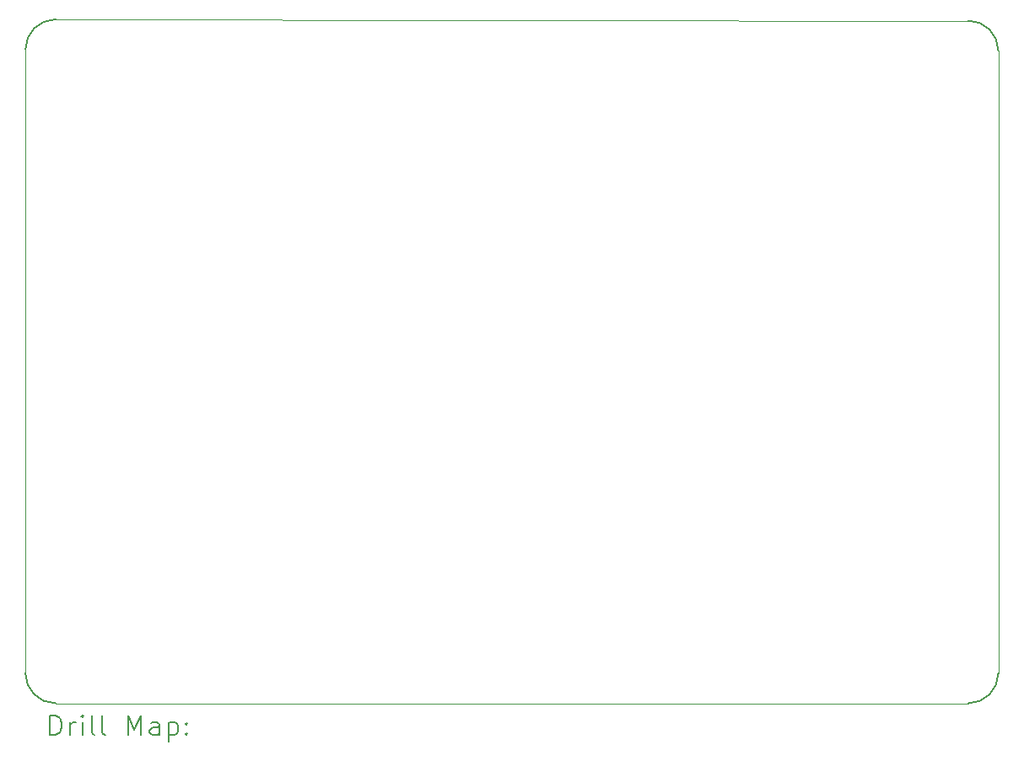
<source format=gbr>
%TF.GenerationSoftware,KiCad,Pcbnew,(6.0.10)*%
%TF.CreationDate,2023-01-26T21:48:15-05:00*%
%TF.ProjectId,Connectors,436f6e6e-6563-4746-9f72-732e6b696361,rev?*%
%TF.SameCoordinates,Original*%
%TF.FileFunction,Drillmap*%
%TF.FilePolarity,Positive*%
%FSLAX45Y45*%
G04 Gerber Fmt 4.5, Leading zero omitted, Abs format (unit mm)*
G04 Created by KiCad (PCBNEW (6.0.10)) date 2023-01-26 21:48:15*
%MOMM*%
%LPD*%
G01*
G04 APERTURE LIST*
%ADD10C,0.100000*%
%ADD11C,0.200000*%
G04 APERTURE END LIST*
D10*
X9067800Y-6882652D02*
X9067800Y-13144874D01*
X18529674Y-6590926D02*
X9372600Y-6577852D01*
D11*
X9372600Y-6577850D02*
G75*
G03*
X9067800Y-6882652I0J-304800D01*
G01*
D10*
X18834474Y-13144874D02*
X18834474Y-6895726D01*
D11*
X9067796Y-13144874D02*
G75*
G03*
X9372600Y-13449674I304804J4D01*
G01*
X18529674Y-13449674D02*
G75*
G03*
X18834474Y-13144874I-4J304804D01*
G01*
D10*
X18529674Y-13449674D02*
X9372600Y-13449674D01*
D11*
X18834474Y-6895726D02*
G75*
G03*
X18529674Y-6590926I-304804J-4D01*
G01*
X9315419Y-13770150D02*
X9315419Y-13570150D01*
X9363038Y-13570150D01*
X9391609Y-13579674D01*
X9410657Y-13598721D01*
X9420181Y-13617769D01*
X9429705Y-13655864D01*
X9429705Y-13684436D01*
X9420181Y-13722531D01*
X9410657Y-13741579D01*
X9391609Y-13760626D01*
X9363038Y-13770150D01*
X9315419Y-13770150D01*
X9515419Y-13770150D02*
X9515419Y-13636817D01*
X9515419Y-13674912D02*
X9524943Y-13655864D01*
X9534466Y-13646340D01*
X9553514Y-13636817D01*
X9572562Y-13636817D01*
X9639228Y-13770150D02*
X9639228Y-13636817D01*
X9639228Y-13570150D02*
X9629705Y-13579674D01*
X9639228Y-13589198D01*
X9648752Y-13579674D01*
X9639228Y-13570150D01*
X9639228Y-13589198D01*
X9763038Y-13770150D02*
X9743990Y-13760626D01*
X9734466Y-13741579D01*
X9734466Y-13570150D01*
X9867800Y-13770150D02*
X9848752Y-13760626D01*
X9839228Y-13741579D01*
X9839228Y-13570150D01*
X10096371Y-13770150D02*
X10096371Y-13570150D01*
X10163038Y-13713007D01*
X10229705Y-13570150D01*
X10229705Y-13770150D01*
X10410657Y-13770150D02*
X10410657Y-13665388D01*
X10401133Y-13646340D01*
X10382086Y-13636817D01*
X10343990Y-13636817D01*
X10324943Y-13646340D01*
X10410657Y-13760626D02*
X10391609Y-13770150D01*
X10343990Y-13770150D01*
X10324943Y-13760626D01*
X10315419Y-13741579D01*
X10315419Y-13722531D01*
X10324943Y-13703483D01*
X10343990Y-13693960D01*
X10391609Y-13693960D01*
X10410657Y-13684436D01*
X10505895Y-13636817D02*
X10505895Y-13836817D01*
X10505895Y-13646340D02*
X10524943Y-13636817D01*
X10563038Y-13636817D01*
X10582086Y-13646340D01*
X10591609Y-13655864D01*
X10601133Y-13674912D01*
X10601133Y-13732055D01*
X10591609Y-13751102D01*
X10582086Y-13760626D01*
X10563038Y-13770150D01*
X10524943Y-13770150D01*
X10505895Y-13760626D01*
X10686847Y-13751102D02*
X10696371Y-13760626D01*
X10686847Y-13770150D01*
X10677324Y-13760626D01*
X10686847Y-13751102D01*
X10686847Y-13770150D01*
X10686847Y-13646340D02*
X10696371Y-13655864D01*
X10686847Y-13665388D01*
X10677324Y-13655864D01*
X10686847Y-13646340D01*
X10686847Y-13665388D01*
M02*

</source>
